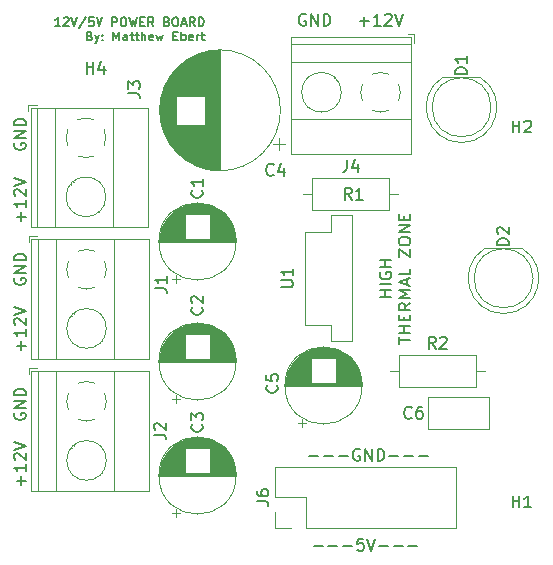
<source format=gbr>
%TF.GenerationSoftware,KiCad,Pcbnew,(6.0.6)*%
%TF.CreationDate,2022-09-23T17:59:27-07:00*%
%TF.ProjectId,POWER_BOARD,504f5745-525f-4424-9f41-52442e6b6963,rev?*%
%TF.SameCoordinates,Original*%
%TF.FileFunction,Legend,Top*%
%TF.FilePolarity,Positive*%
%FSLAX46Y46*%
G04 Gerber Fmt 4.6, Leading zero omitted, Abs format (unit mm)*
G04 Created by KiCad (PCBNEW (6.0.6)) date 2022-09-23 17:59:27*
%MOMM*%
%LPD*%
G01*
G04 APERTURE LIST*
%ADD10C,0.150000*%
%ADD11C,0.120000*%
G04 APERTURE END LIST*
D10*
X77625380Y-75715619D02*
X76625380Y-75715619D01*
X77101571Y-75715619D02*
X77101571Y-75144190D01*
X77625380Y-75144190D02*
X76625380Y-75144190D01*
X77625380Y-74668000D02*
X76625380Y-74668000D01*
X76673000Y-73668000D02*
X76625380Y-73763238D01*
X76625380Y-73906095D01*
X76673000Y-74048952D01*
X76768238Y-74144190D01*
X76863476Y-74191809D01*
X77053952Y-74239428D01*
X77196809Y-74239428D01*
X77387285Y-74191809D01*
X77482523Y-74144190D01*
X77577761Y-74048952D01*
X77625380Y-73906095D01*
X77625380Y-73810857D01*
X77577761Y-73668000D01*
X77530142Y-73620380D01*
X77196809Y-73620380D01*
X77196809Y-73810857D01*
X77625380Y-73191809D02*
X76625380Y-73191809D01*
X77101571Y-73191809D02*
X77101571Y-72620380D01*
X77625380Y-72620380D02*
X76625380Y-72620380D01*
X78235380Y-79691809D02*
X78235380Y-79120380D01*
X79235380Y-79406095D02*
X78235380Y-79406095D01*
X79235380Y-78787047D02*
X78235380Y-78787047D01*
X78711571Y-78787047D02*
X78711571Y-78215619D01*
X79235380Y-78215619D02*
X78235380Y-78215619D01*
X78711571Y-77739428D02*
X78711571Y-77406095D01*
X79235380Y-77263238D02*
X79235380Y-77739428D01*
X78235380Y-77739428D01*
X78235380Y-77263238D01*
X79235380Y-76263238D02*
X78759190Y-76596571D01*
X79235380Y-76834666D02*
X78235380Y-76834666D01*
X78235380Y-76453714D01*
X78283000Y-76358476D01*
X78330619Y-76310857D01*
X78425857Y-76263238D01*
X78568714Y-76263238D01*
X78663952Y-76310857D01*
X78711571Y-76358476D01*
X78759190Y-76453714D01*
X78759190Y-76834666D01*
X79235380Y-75834666D02*
X78235380Y-75834666D01*
X78949666Y-75501333D01*
X78235380Y-75168000D01*
X79235380Y-75168000D01*
X78949666Y-74739428D02*
X78949666Y-74263238D01*
X79235380Y-74834666D02*
X78235380Y-74501333D01*
X79235380Y-74168000D01*
X79235380Y-73358476D02*
X79235380Y-73834666D01*
X78235380Y-73834666D01*
X78235380Y-72358476D02*
X78235380Y-71691809D01*
X79235380Y-72358476D01*
X79235380Y-71691809D01*
X78235380Y-71120380D02*
X78235380Y-70929904D01*
X78283000Y-70834666D01*
X78378238Y-70739428D01*
X78568714Y-70691809D01*
X78902047Y-70691809D01*
X79092523Y-70739428D01*
X79187761Y-70834666D01*
X79235380Y-70929904D01*
X79235380Y-71120380D01*
X79187761Y-71215619D01*
X79092523Y-71310857D01*
X78902047Y-71358476D01*
X78568714Y-71358476D01*
X78378238Y-71310857D01*
X78283000Y-71215619D01*
X78235380Y-71120380D01*
X79235380Y-70263238D02*
X78235380Y-70263238D01*
X79235380Y-69691809D01*
X78235380Y-69691809D01*
X78711571Y-69215619D02*
X78711571Y-68882285D01*
X79235380Y-68739428D02*
X79235380Y-69215619D01*
X78235380Y-69215619D01*
X78235380Y-68739428D01*
X49592785Y-52821535D02*
X49164214Y-52821535D01*
X49378500Y-52821535D02*
X49378500Y-52071535D01*
X49307071Y-52178678D01*
X49235642Y-52250107D01*
X49164214Y-52285821D01*
X49878500Y-52142964D02*
X49914214Y-52107250D01*
X49985642Y-52071535D01*
X50164214Y-52071535D01*
X50235642Y-52107250D01*
X50271357Y-52142964D01*
X50307071Y-52214392D01*
X50307071Y-52285821D01*
X50271357Y-52392964D01*
X49842785Y-52821535D01*
X50307071Y-52821535D01*
X50521357Y-52071535D02*
X50771357Y-52821535D01*
X51021357Y-52071535D01*
X51807071Y-52035821D02*
X51164214Y-53000107D01*
X52414214Y-52071535D02*
X52057071Y-52071535D01*
X52021357Y-52428678D01*
X52057071Y-52392964D01*
X52128500Y-52357250D01*
X52307071Y-52357250D01*
X52378500Y-52392964D01*
X52414214Y-52428678D01*
X52449928Y-52500107D01*
X52449928Y-52678678D01*
X52414214Y-52750107D01*
X52378500Y-52785821D01*
X52307071Y-52821535D01*
X52128500Y-52821535D01*
X52057071Y-52785821D01*
X52021357Y-52750107D01*
X52664214Y-52071535D02*
X52914214Y-52821535D01*
X53164214Y-52071535D01*
X53985642Y-52821535D02*
X53985642Y-52071535D01*
X54271357Y-52071535D01*
X54342785Y-52107250D01*
X54378500Y-52142964D01*
X54414214Y-52214392D01*
X54414214Y-52321535D01*
X54378500Y-52392964D01*
X54342785Y-52428678D01*
X54271357Y-52464392D01*
X53985642Y-52464392D01*
X54878500Y-52071535D02*
X55021357Y-52071535D01*
X55092785Y-52107250D01*
X55164214Y-52178678D01*
X55199928Y-52321535D01*
X55199928Y-52571535D01*
X55164214Y-52714392D01*
X55092785Y-52785821D01*
X55021357Y-52821535D01*
X54878500Y-52821535D01*
X54807071Y-52785821D01*
X54735642Y-52714392D01*
X54699928Y-52571535D01*
X54699928Y-52321535D01*
X54735642Y-52178678D01*
X54807071Y-52107250D01*
X54878500Y-52071535D01*
X55449928Y-52071535D02*
X55628500Y-52821535D01*
X55771357Y-52285821D01*
X55914214Y-52821535D01*
X56092785Y-52071535D01*
X56378500Y-52428678D02*
X56628500Y-52428678D01*
X56735642Y-52821535D02*
X56378500Y-52821535D01*
X56378500Y-52071535D01*
X56735642Y-52071535D01*
X57485642Y-52821535D02*
X57235642Y-52464392D01*
X57057071Y-52821535D02*
X57057071Y-52071535D01*
X57342785Y-52071535D01*
X57414214Y-52107250D01*
X57449928Y-52142964D01*
X57485642Y-52214392D01*
X57485642Y-52321535D01*
X57449928Y-52392964D01*
X57414214Y-52428678D01*
X57342785Y-52464392D01*
X57057071Y-52464392D01*
X58628500Y-52428678D02*
X58735642Y-52464392D01*
X58771357Y-52500107D01*
X58807071Y-52571535D01*
X58807071Y-52678678D01*
X58771357Y-52750107D01*
X58735642Y-52785821D01*
X58664214Y-52821535D01*
X58378500Y-52821535D01*
X58378500Y-52071535D01*
X58628500Y-52071535D01*
X58699928Y-52107250D01*
X58735642Y-52142964D01*
X58771357Y-52214392D01*
X58771357Y-52285821D01*
X58735642Y-52357250D01*
X58699928Y-52392964D01*
X58628500Y-52428678D01*
X58378500Y-52428678D01*
X59271357Y-52071535D02*
X59414214Y-52071535D01*
X59485642Y-52107250D01*
X59557071Y-52178678D01*
X59592785Y-52321535D01*
X59592785Y-52571535D01*
X59557071Y-52714392D01*
X59485642Y-52785821D01*
X59414214Y-52821535D01*
X59271357Y-52821535D01*
X59199928Y-52785821D01*
X59128500Y-52714392D01*
X59092785Y-52571535D01*
X59092785Y-52321535D01*
X59128500Y-52178678D01*
X59199928Y-52107250D01*
X59271357Y-52071535D01*
X59878500Y-52607250D02*
X60235642Y-52607250D01*
X59807071Y-52821535D02*
X60057071Y-52071535D01*
X60307071Y-52821535D01*
X60985642Y-52821535D02*
X60735642Y-52464392D01*
X60557071Y-52821535D02*
X60557071Y-52071535D01*
X60842785Y-52071535D01*
X60914214Y-52107250D01*
X60949928Y-52142964D01*
X60985642Y-52214392D01*
X60985642Y-52321535D01*
X60949928Y-52392964D01*
X60914214Y-52428678D01*
X60842785Y-52464392D01*
X60557071Y-52464392D01*
X61307071Y-52821535D02*
X61307071Y-52071535D01*
X61485642Y-52071535D01*
X61592785Y-52107250D01*
X61664214Y-52178678D01*
X61699928Y-52250107D01*
X61735642Y-52392964D01*
X61735642Y-52500107D01*
X61699928Y-52642964D01*
X61664214Y-52714392D01*
X61592785Y-52785821D01*
X61485642Y-52821535D01*
X61307071Y-52821535D01*
X52092785Y-53636178D02*
X52199928Y-53671892D01*
X52235642Y-53707607D01*
X52271357Y-53779035D01*
X52271357Y-53886178D01*
X52235642Y-53957607D01*
X52199928Y-53993321D01*
X52128500Y-54029035D01*
X51842785Y-54029035D01*
X51842785Y-53279035D01*
X52092785Y-53279035D01*
X52164214Y-53314750D01*
X52199928Y-53350464D01*
X52235642Y-53421892D01*
X52235642Y-53493321D01*
X52199928Y-53564750D01*
X52164214Y-53600464D01*
X52092785Y-53636178D01*
X51842785Y-53636178D01*
X52521357Y-53529035D02*
X52699928Y-54029035D01*
X52878500Y-53529035D02*
X52699928Y-54029035D01*
X52628500Y-54207607D01*
X52592785Y-54243321D01*
X52521357Y-54279035D01*
X53164214Y-53957607D02*
X53199928Y-53993321D01*
X53164214Y-54029035D01*
X53128500Y-53993321D01*
X53164214Y-53957607D01*
X53164214Y-54029035D01*
X53164214Y-53564750D02*
X53199928Y-53600464D01*
X53164214Y-53636178D01*
X53128500Y-53600464D01*
X53164214Y-53564750D01*
X53164214Y-53636178D01*
X54092785Y-54029035D02*
X54092785Y-53279035D01*
X54342785Y-53814750D01*
X54592785Y-53279035D01*
X54592785Y-54029035D01*
X55271357Y-54029035D02*
X55271357Y-53636178D01*
X55235642Y-53564750D01*
X55164214Y-53529035D01*
X55021357Y-53529035D01*
X54949928Y-53564750D01*
X55271357Y-53993321D02*
X55199928Y-54029035D01*
X55021357Y-54029035D01*
X54949928Y-53993321D01*
X54914214Y-53921892D01*
X54914214Y-53850464D01*
X54949928Y-53779035D01*
X55021357Y-53743321D01*
X55199928Y-53743321D01*
X55271357Y-53707607D01*
X55521357Y-53529035D02*
X55807071Y-53529035D01*
X55628500Y-53279035D02*
X55628500Y-53921892D01*
X55664214Y-53993321D01*
X55735642Y-54029035D01*
X55807071Y-54029035D01*
X55949928Y-53529035D02*
X56235642Y-53529035D01*
X56057071Y-53279035D02*
X56057071Y-53921892D01*
X56092785Y-53993321D01*
X56164214Y-54029035D01*
X56235642Y-54029035D01*
X56485642Y-54029035D02*
X56485642Y-53279035D01*
X56807071Y-54029035D02*
X56807071Y-53636178D01*
X56771357Y-53564750D01*
X56699928Y-53529035D01*
X56592785Y-53529035D01*
X56521357Y-53564750D01*
X56485642Y-53600464D01*
X57449928Y-53993321D02*
X57378500Y-54029035D01*
X57235642Y-54029035D01*
X57164214Y-53993321D01*
X57128500Y-53921892D01*
X57128500Y-53636178D01*
X57164214Y-53564750D01*
X57235642Y-53529035D01*
X57378500Y-53529035D01*
X57449928Y-53564750D01*
X57485642Y-53636178D01*
X57485642Y-53707607D01*
X57128500Y-53779035D01*
X57735642Y-53529035D02*
X57878500Y-54029035D01*
X58021357Y-53671892D01*
X58164214Y-54029035D01*
X58307071Y-53529035D01*
X59164214Y-53636178D02*
X59414214Y-53636178D01*
X59521357Y-54029035D02*
X59164214Y-54029035D01*
X59164214Y-53279035D01*
X59521357Y-53279035D01*
X59842785Y-54029035D02*
X59842785Y-53279035D01*
X59842785Y-53564750D02*
X59914214Y-53529035D01*
X60057071Y-53529035D01*
X60128500Y-53564750D01*
X60164214Y-53600464D01*
X60199928Y-53671892D01*
X60199928Y-53886178D01*
X60164214Y-53957607D01*
X60128500Y-53993321D01*
X60057071Y-54029035D01*
X59914214Y-54029035D01*
X59842785Y-53993321D01*
X60807071Y-53993321D02*
X60735642Y-54029035D01*
X60592785Y-54029035D01*
X60521357Y-53993321D01*
X60485642Y-53921892D01*
X60485642Y-53636178D01*
X60521357Y-53564750D01*
X60592785Y-53529035D01*
X60735642Y-53529035D01*
X60807071Y-53564750D01*
X60842785Y-53636178D01*
X60842785Y-53707607D01*
X60485642Y-53779035D01*
X61164214Y-54029035D02*
X61164214Y-53529035D01*
X61164214Y-53671892D02*
X61199928Y-53600464D01*
X61235642Y-53564750D01*
X61307071Y-53529035D01*
X61378500Y-53529035D01*
X61521357Y-53529035D02*
X61807071Y-53529035D01*
X61628500Y-53279035D02*
X61628500Y-53921892D01*
X61664214Y-53993321D01*
X61735642Y-54029035D01*
X61807071Y-54029035D01*
X45728000Y-74167904D02*
X45680380Y-74263142D01*
X45680380Y-74406000D01*
X45728000Y-74548857D01*
X45823238Y-74644095D01*
X45918476Y-74691714D01*
X46108952Y-74739333D01*
X46251809Y-74739333D01*
X46442285Y-74691714D01*
X46537523Y-74644095D01*
X46632761Y-74548857D01*
X46680380Y-74406000D01*
X46680380Y-74310761D01*
X46632761Y-74167904D01*
X46585142Y-74120285D01*
X46251809Y-74120285D01*
X46251809Y-74310761D01*
X46680380Y-73691714D02*
X45680380Y-73691714D01*
X46680380Y-73120285D01*
X45680380Y-73120285D01*
X46680380Y-72644095D02*
X45680380Y-72644095D01*
X45680380Y-72406000D01*
X45728000Y-72263142D01*
X45823238Y-72167904D01*
X45918476Y-72120285D01*
X46108952Y-72072666D01*
X46251809Y-72072666D01*
X46442285Y-72120285D01*
X46537523Y-72167904D01*
X46632761Y-72263142D01*
X46680380Y-72406000D01*
X46680380Y-72644095D01*
X46299428Y-91677904D02*
X46299428Y-90916000D01*
X46680380Y-91296952D02*
X45918476Y-91296952D01*
X46680380Y-89916000D02*
X46680380Y-90487428D01*
X46680380Y-90201714D02*
X45680380Y-90201714D01*
X45823238Y-90296952D01*
X45918476Y-90392190D01*
X45966095Y-90487428D01*
X45775619Y-89535047D02*
X45728000Y-89487428D01*
X45680380Y-89392190D01*
X45680380Y-89154095D01*
X45728000Y-89058857D01*
X45775619Y-89011238D01*
X45870857Y-88963619D01*
X45966095Y-88963619D01*
X46108952Y-89011238D01*
X46680380Y-89582666D01*
X46680380Y-88963619D01*
X45680380Y-88677904D02*
X46680380Y-88344571D01*
X45680380Y-88011238D01*
X46299428Y-80247904D02*
X46299428Y-79486000D01*
X46680380Y-79866952D02*
X45918476Y-79866952D01*
X46680380Y-78486000D02*
X46680380Y-79057428D01*
X46680380Y-78771714D02*
X45680380Y-78771714D01*
X45823238Y-78866952D01*
X45918476Y-78962190D01*
X45966095Y-79057428D01*
X45775619Y-78105047D02*
X45728000Y-78057428D01*
X45680380Y-77962190D01*
X45680380Y-77724095D01*
X45728000Y-77628857D01*
X45775619Y-77581238D01*
X45870857Y-77533619D01*
X45966095Y-77533619D01*
X46108952Y-77581238D01*
X46680380Y-78152666D01*
X46680380Y-77533619D01*
X45680380Y-77247904D02*
X46680380Y-76914571D01*
X45680380Y-76581238D01*
X46299428Y-69325904D02*
X46299428Y-68564000D01*
X46680380Y-68944952D02*
X45918476Y-68944952D01*
X46680380Y-67564000D02*
X46680380Y-68135428D01*
X46680380Y-67849714D02*
X45680380Y-67849714D01*
X45823238Y-67944952D01*
X45918476Y-68040190D01*
X45966095Y-68135428D01*
X45775619Y-67183047D02*
X45728000Y-67135428D01*
X45680380Y-67040190D01*
X45680380Y-66802095D01*
X45728000Y-66706857D01*
X45775619Y-66659238D01*
X45870857Y-66611619D01*
X45966095Y-66611619D01*
X46108952Y-66659238D01*
X46680380Y-67230666D01*
X46680380Y-66611619D01*
X45680380Y-66325904D02*
X46680380Y-65992571D01*
X45680380Y-65659238D01*
X74946095Y-52395428D02*
X75708000Y-52395428D01*
X75327047Y-52776380D02*
X75327047Y-52014476D01*
X76708000Y-52776380D02*
X76136571Y-52776380D01*
X76422285Y-52776380D02*
X76422285Y-51776380D01*
X76327047Y-51919238D01*
X76231809Y-52014476D01*
X76136571Y-52062095D01*
X77088952Y-51871619D02*
X77136571Y-51824000D01*
X77231809Y-51776380D01*
X77469904Y-51776380D01*
X77565142Y-51824000D01*
X77612761Y-51871619D01*
X77660380Y-51966857D01*
X77660380Y-52062095D01*
X77612761Y-52204952D01*
X77041333Y-52776380D01*
X77660380Y-52776380D01*
X77946095Y-51776380D02*
X78279428Y-52776380D01*
X78612761Y-51776380D01*
X71057047Y-96845428D02*
X71818952Y-96845428D01*
X72295142Y-96845428D02*
X73057047Y-96845428D01*
X73533238Y-96845428D02*
X74295142Y-96845428D01*
X75247523Y-96226380D02*
X74771333Y-96226380D01*
X74723714Y-96702571D01*
X74771333Y-96654952D01*
X74866571Y-96607333D01*
X75104666Y-96607333D01*
X75199904Y-96654952D01*
X75247523Y-96702571D01*
X75295142Y-96797809D01*
X75295142Y-97035904D01*
X75247523Y-97131142D01*
X75199904Y-97178761D01*
X75104666Y-97226380D01*
X74866571Y-97226380D01*
X74771333Y-97178761D01*
X74723714Y-97131142D01*
X75580857Y-96226380D02*
X75914190Y-97226380D01*
X76247523Y-96226380D01*
X76580857Y-96845428D02*
X77342761Y-96845428D01*
X77818952Y-96845428D02*
X78580857Y-96845428D01*
X79057047Y-96845428D02*
X79818952Y-96845428D01*
X70692000Y-89225428D02*
X71453904Y-89225428D01*
X71930095Y-89225428D02*
X72692000Y-89225428D01*
X73168190Y-89225428D02*
X73930095Y-89225428D01*
X74930095Y-88654000D02*
X74834857Y-88606380D01*
X74692000Y-88606380D01*
X74549142Y-88654000D01*
X74453904Y-88749238D01*
X74406285Y-88844476D01*
X74358666Y-89034952D01*
X74358666Y-89177809D01*
X74406285Y-89368285D01*
X74453904Y-89463523D01*
X74549142Y-89558761D01*
X74692000Y-89606380D01*
X74787238Y-89606380D01*
X74930095Y-89558761D01*
X74977714Y-89511142D01*
X74977714Y-89177809D01*
X74787238Y-89177809D01*
X75406285Y-89606380D02*
X75406285Y-88606380D01*
X75977714Y-89606380D01*
X75977714Y-88606380D01*
X76453904Y-89606380D02*
X76453904Y-88606380D01*
X76692000Y-88606380D01*
X76834857Y-88654000D01*
X76930095Y-88749238D01*
X76977714Y-88844476D01*
X77025333Y-89034952D01*
X77025333Y-89177809D01*
X76977714Y-89368285D01*
X76930095Y-89463523D01*
X76834857Y-89558761D01*
X76692000Y-89606380D01*
X76453904Y-89606380D01*
X77453904Y-89225428D02*
X78215809Y-89225428D01*
X78692000Y-89225428D02*
X79453904Y-89225428D01*
X79930095Y-89225428D02*
X80692000Y-89225428D01*
X45728000Y-85597904D02*
X45680380Y-85693142D01*
X45680380Y-85836000D01*
X45728000Y-85978857D01*
X45823238Y-86074095D01*
X45918476Y-86121714D01*
X46108952Y-86169333D01*
X46251809Y-86169333D01*
X46442285Y-86121714D01*
X46537523Y-86074095D01*
X46632761Y-85978857D01*
X46680380Y-85836000D01*
X46680380Y-85740761D01*
X46632761Y-85597904D01*
X46585142Y-85550285D01*
X46251809Y-85550285D01*
X46251809Y-85740761D01*
X46680380Y-85121714D02*
X45680380Y-85121714D01*
X46680380Y-84550285D01*
X45680380Y-84550285D01*
X46680380Y-84074095D02*
X45680380Y-84074095D01*
X45680380Y-83836000D01*
X45728000Y-83693142D01*
X45823238Y-83597904D01*
X45918476Y-83550285D01*
X46108952Y-83502666D01*
X46251809Y-83502666D01*
X46442285Y-83550285D01*
X46537523Y-83597904D01*
X46632761Y-83693142D01*
X46680380Y-83836000D01*
X46680380Y-84074095D01*
X45728000Y-62737904D02*
X45680380Y-62833142D01*
X45680380Y-62976000D01*
X45728000Y-63118857D01*
X45823238Y-63214095D01*
X45918476Y-63261714D01*
X46108952Y-63309333D01*
X46251809Y-63309333D01*
X46442285Y-63261714D01*
X46537523Y-63214095D01*
X46632761Y-63118857D01*
X46680380Y-62976000D01*
X46680380Y-62880761D01*
X46632761Y-62737904D01*
X46585142Y-62690285D01*
X46251809Y-62690285D01*
X46251809Y-62880761D01*
X46680380Y-62261714D02*
X45680380Y-62261714D01*
X46680380Y-61690285D01*
X45680380Y-61690285D01*
X46680380Y-61214095D02*
X45680380Y-61214095D01*
X45680380Y-60976000D01*
X45728000Y-60833142D01*
X45823238Y-60737904D01*
X45918476Y-60690285D01*
X46108952Y-60642666D01*
X46251809Y-60642666D01*
X46442285Y-60690285D01*
X46537523Y-60737904D01*
X46632761Y-60833142D01*
X46680380Y-60976000D01*
X46680380Y-61214095D01*
X70358095Y-51824000D02*
X70262857Y-51776380D01*
X70120000Y-51776380D01*
X69977142Y-51824000D01*
X69881904Y-51919238D01*
X69834285Y-52014476D01*
X69786666Y-52204952D01*
X69786666Y-52347809D01*
X69834285Y-52538285D01*
X69881904Y-52633523D01*
X69977142Y-52728761D01*
X70120000Y-52776380D01*
X70215238Y-52776380D01*
X70358095Y-52728761D01*
X70405714Y-52681142D01*
X70405714Y-52347809D01*
X70215238Y-52347809D01*
X70834285Y-52776380D02*
X70834285Y-51776380D01*
X71405714Y-52776380D01*
X71405714Y-51776380D01*
X71881904Y-52776380D02*
X71881904Y-51776380D01*
X72120000Y-51776380D01*
X72262857Y-51824000D01*
X72358095Y-51919238D01*
X72405714Y-52014476D01*
X72453333Y-52204952D01*
X72453333Y-52347809D01*
X72405714Y-52538285D01*
X72358095Y-52633523D01*
X72262857Y-52728761D01*
X72120000Y-52776380D01*
X71881904Y-52776380D01*
%TO.C,J6*%
X66210380Y-93048333D02*
X66924666Y-93048333D01*
X67067523Y-93095952D01*
X67162761Y-93191190D01*
X67210380Y-93334047D01*
X67210380Y-93429285D01*
X66210380Y-92143571D02*
X66210380Y-92334047D01*
X66258000Y-92429285D01*
X66305619Y-92476904D01*
X66448476Y-92572142D01*
X66638952Y-92619761D01*
X67019904Y-92619761D01*
X67115142Y-92572142D01*
X67162761Y-92524523D01*
X67210380Y-92429285D01*
X67210380Y-92238809D01*
X67162761Y-92143571D01*
X67115142Y-92095952D01*
X67019904Y-92048333D01*
X66781809Y-92048333D01*
X66686571Y-92095952D01*
X66638952Y-92143571D01*
X66591333Y-92238809D01*
X66591333Y-92429285D01*
X66638952Y-92524523D01*
X66686571Y-92572142D01*
X66781809Y-92619761D01*
%TO.C,H4*%
X51816095Y-56840380D02*
X51816095Y-55840380D01*
X51816095Y-56316571D02*
X52387523Y-56316571D01*
X52387523Y-56840380D02*
X52387523Y-55840380D01*
X53292285Y-56173714D02*
X53292285Y-56840380D01*
X53054190Y-55792761D02*
X52816095Y-56507047D01*
X53435142Y-56507047D01*
%TO.C,H2*%
X87884095Y-61814380D02*
X87884095Y-60814380D01*
X87884095Y-61290571D02*
X88455523Y-61290571D01*
X88455523Y-61814380D02*
X88455523Y-60814380D01*
X88884095Y-60909619D02*
X88931714Y-60862000D01*
X89026952Y-60814380D01*
X89265047Y-60814380D01*
X89360285Y-60862000D01*
X89407904Y-60909619D01*
X89455523Y-61004857D01*
X89455523Y-61100095D01*
X89407904Y-61242952D01*
X88836476Y-61814380D01*
X89455523Y-61814380D01*
%TO.C,H1*%
X87884095Y-93564380D02*
X87884095Y-92564380D01*
X87884095Y-93040571D02*
X88455523Y-93040571D01*
X88455523Y-93564380D02*
X88455523Y-92564380D01*
X89455523Y-93564380D02*
X88884095Y-93564380D01*
X89169809Y-93564380D02*
X89169809Y-92564380D01*
X89074571Y-92707238D01*
X88979333Y-92802476D01*
X88884095Y-92850095D01*
%TO.C,J3*%
X55332380Y-58499333D02*
X56046666Y-58499333D01*
X56189523Y-58546952D01*
X56284761Y-58642190D01*
X56332380Y-58785047D01*
X56332380Y-58880285D01*
X55332380Y-58118380D02*
X55332380Y-57499333D01*
X55713333Y-57832666D01*
X55713333Y-57689809D01*
X55760952Y-57594571D01*
X55808571Y-57546952D01*
X55903809Y-57499333D01*
X56141904Y-57499333D01*
X56237142Y-57546952D01*
X56284761Y-57594571D01*
X56332380Y-57689809D01*
X56332380Y-57975523D01*
X56284761Y-58070761D01*
X56237142Y-58118380D01*
%TO.C,U1*%
X68286380Y-74924904D02*
X69095904Y-74924904D01*
X69191142Y-74877285D01*
X69238761Y-74829666D01*
X69286380Y-74734428D01*
X69286380Y-74543952D01*
X69238761Y-74448714D01*
X69191142Y-74401095D01*
X69095904Y-74353476D01*
X68286380Y-74353476D01*
X69286380Y-73353476D02*
X69286380Y-73924904D01*
X69286380Y-73639190D02*
X68286380Y-73639190D01*
X68429238Y-73734428D01*
X68524476Y-73829666D01*
X68572095Y-73924904D01*
%TO.C,R2*%
X81367333Y-80124380D02*
X81034000Y-79648190D01*
X80795904Y-80124380D02*
X80795904Y-79124380D01*
X81176857Y-79124380D01*
X81272095Y-79172000D01*
X81319714Y-79219619D01*
X81367333Y-79314857D01*
X81367333Y-79457714D01*
X81319714Y-79552952D01*
X81272095Y-79600571D01*
X81176857Y-79648190D01*
X80795904Y-79648190D01*
X81748285Y-79219619D02*
X81795904Y-79172000D01*
X81891142Y-79124380D01*
X82129238Y-79124380D01*
X82224476Y-79172000D01*
X82272095Y-79219619D01*
X82319714Y-79314857D01*
X82319714Y-79410095D01*
X82272095Y-79552952D01*
X81700666Y-80124380D01*
X82319714Y-80124380D01*
%TO.C,R1*%
X74255333Y-67508380D02*
X73922000Y-67032190D01*
X73683904Y-67508380D02*
X73683904Y-66508380D01*
X74064857Y-66508380D01*
X74160095Y-66556000D01*
X74207714Y-66603619D01*
X74255333Y-66698857D01*
X74255333Y-66841714D01*
X74207714Y-66936952D01*
X74160095Y-66984571D01*
X74064857Y-67032190D01*
X73683904Y-67032190D01*
X75207714Y-67508380D02*
X74636285Y-67508380D01*
X74922000Y-67508380D02*
X74922000Y-66508380D01*
X74826761Y-66651238D01*
X74731523Y-66746476D01*
X74636285Y-66794095D01*
%TO.C,J4*%
X73874666Y-64132380D02*
X73874666Y-64846666D01*
X73827047Y-64989523D01*
X73731809Y-65084761D01*
X73588952Y-65132380D01*
X73493714Y-65132380D01*
X74779428Y-64465714D02*
X74779428Y-65132380D01*
X74541333Y-64084761D02*
X74303238Y-64799047D01*
X74922285Y-64799047D01*
%TO.C,J2*%
X57528380Y-87415333D02*
X58242666Y-87415333D01*
X58385523Y-87462952D01*
X58480761Y-87558190D01*
X58528380Y-87701047D01*
X58528380Y-87796285D01*
X57623619Y-86986761D02*
X57576000Y-86939142D01*
X57528380Y-86843904D01*
X57528380Y-86605809D01*
X57576000Y-86510571D01*
X57623619Y-86462952D01*
X57718857Y-86415333D01*
X57814095Y-86415333D01*
X57956952Y-86462952D01*
X58528380Y-87034380D01*
X58528380Y-86415333D01*
%TO.C,J1*%
X57618380Y-75009333D02*
X58332666Y-75009333D01*
X58475523Y-75056952D01*
X58570761Y-75152190D01*
X58618380Y-75295047D01*
X58618380Y-75390285D01*
X58618380Y-74009333D02*
X58618380Y-74580761D01*
X58618380Y-74295047D02*
X57618380Y-74295047D01*
X57761238Y-74390285D01*
X57856476Y-74485523D01*
X57904095Y-74580761D01*
%TO.C,D2*%
X87574380Y-71355095D02*
X86574380Y-71355095D01*
X86574380Y-71117000D01*
X86622000Y-70974142D01*
X86717238Y-70878904D01*
X86812476Y-70831285D01*
X87002952Y-70783666D01*
X87145809Y-70783666D01*
X87336285Y-70831285D01*
X87431523Y-70878904D01*
X87526761Y-70974142D01*
X87574380Y-71117000D01*
X87574380Y-71355095D01*
X86669619Y-70402714D02*
X86622000Y-70355095D01*
X86574380Y-70259857D01*
X86574380Y-70021761D01*
X86622000Y-69926523D01*
X86669619Y-69878904D01*
X86764857Y-69831285D01*
X86860095Y-69831285D01*
X87002952Y-69878904D01*
X87574380Y-70450333D01*
X87574380Y-69831285D01*
%TO.C,D1*%
X84018380Y-56871095D02*
X83018380Y-56871095D01*
X83018380Y-56633000D01*
X83066000Y-56490142D01*
X83161238Y-56394904D01*
X83256476Y-56347285D01*
X83446952Y-56299666D01*
X83589809Y-56299666D01*
X83780285Y-56347285D01*
X83875523Y-56394904D01*
X83970761Y-56490142D01*
X84018380Y-56633000D01*
X84018380Y-56871095D01*
X84018380Y-55347285D02*
X84018380Y-55918714D01*
X84018380Y-55633000D02*
X83018380Y-55633000D01*
X83161238Y-55728238D01*
X83256476Y-55823476D01*
X83304095Y-55918714D01*
%TO.C,C6*%
X79335333Y-85955142D02*
X79287714Y-86002761D01*
X79144857Y-86050380D01*
X79049619Y-86050380D01*
X78906761Y-86002761D01*
X78811523Y-85907523D01*
X78763904Y-85812285D01*
X78716285Y-85621809D01*
X78716285Y-85478952D01*
X78763904Y-85288476D01*
X78811523Y-85193238D01*
X78906761Y-85098000D01*
X79049619Y-85050380D01*
X79144857Y-85050380D01*
X79287714Y-85098000D01*
X79335333Y-85145619D01*
X80192476Y-85050380D02*
X80002000Y-85050380D01*
X79906761Y-85098000D01*
X79859142Y-85145619D01*
X79763904Y-85288476D01*
X79716285Y-85478952D01*
X79716285Y-85859904D01*
X79763904Y-85955142D01*
X79811523Y-86002761D01*
X79906761Y-86050380D01*
X80097238Y-86050380D01*
X80192476Y-86002761D01*
X80240095Y-85955142D01*
X80287714Y-85859904D01*
X80287714Y-85621809D01*
X80240095Y-85526571D01*
X80192476Y-85478952D01*
X80097238Y-85431333D01*
X79906761Y-85431333D01*
X79811523Y-85478952D01*
X79763904Y-85526571D01*
X79716285Y-85621809D01*
%TO.C,C5*%
X67921142Y-83224666D02*
X67968761Y-83272285D01*
X68016380Y-83415142D01*
X68016380Y-83510380D01*
X67968761Y-83653238D01*
X67873523Y-83748476D01*
X67778285Y-83796095D01*
X67587809Y-83843714D01*
X67444952Y-83843714D01*
X67254476Y-83796095D01*
X67159238Y-83748476D01*
X67064000Y-83653238D01*
X67016380Y-83510380D01*
X67016380Y-83415142D01*
X67064000Y-83272285D01*
X67111619Y-83224666D01*
X67016380Y-82319904D02*
X67016380Y-82796095D01*
X67492571Y-82843714D01*
X67444952Y-82796095D01*
X67397333Y-82700857D01*
X67397333Y-82462761D01*
X67444952Y-82367523D01*
X67492571Y-82319904D01*
X67587809Y-82272285D01*
X67825904Y-82272285D01*
X67921142Y-82319904D01*
X67968761Y-82367523D01*
X68016380Y-82462761D01*
X68016380Y-82700857D01*
X67968761Y-82796095D01*
X67921142Y-82843714D01*
%TO.C,C4*%
X67651333Y-65381142D02*
X67603714Y-65428761D01*
X67460857Y-65476380D01*
X67365619Y-65476380D01*
X67222761Y-65428761D01*
X67127523Y-65333523D01*
X67079904Y-65238285D01*
X67032285Y-65047809D01*
X67032285Y-64904952D01*
X67079904Y-64714476D01*
X67127523Y-64619238D01*
X67222761Y-64524000D01*
X67365619Y-64476380D01*
X67460857Y-64476380D01*
X67603714Y-64524000D01*
X67651333Y-64571619D01*
X68508476Y-64809714D02*
X68508476Y-65476380D01*
X68270380Y-64428761D02*
X68032285Y-65143047D01*
X68651333Y-65143047D01*
%TO.C,C3*%
X61571142Y-86526666D02*
X61618761Y-86574285D01*
X61666380Y-86717142D01*
X61666380Y-86812380D01*
X61618761Y-86955238D01*
X61523523Y-87050476D01*
X61428285Y-87098095D01*
X61237809Y-87145714D01*
X61094952Y-87145714D01*
X60904476Y-87098095D01*
X60809238Y-87050476D01*
X60714000Y-86955238D01*
X60666380Y-86812380D01*
X60666380Y-86717142D01*
X60714000Y-86574285D01*
X60761619Y-86526666D01*
X60666380Y-86193333D02*
X60666380Y-85574285D01*
X61047333Y-85907619D01*
X61047333Y-85764761D01*
X61094952Y-85669523D01*
X61142571Y-85621904D01*
X61237809Y-85574285D01*
X61475904Y-85574285D01*
X61571142Y-85621904D01*
X61618761Y-85669523D01*
X61666380Y-85764761D01*
X61666380Y-86050476D01*
X61618761Y-86145714D01*
X61571142Y-86193333D01*
%TO.C,C2*%
X61571142Y-76620666D02*
X61618761Y-76668285D01*
X61666380Y-76811142D01*
X61666380Y-76906380D01*
X61618761Y-77049238D01*
X61523523Y-77144476D01*
X61428285Y-77192095D01*
X61237809Y-77239714D01*
X61094952Y-77239714D01*
X60904476Y-77192095D01*
X60809238Y-77144476D01*
X60714000Y-77049238D01*
X60666380Y-76906380D01*
X60666380Y-76811142D01*
X60714000Y-76668285D01*
X60761619Y-76620666D01*
X60761619Y-76239714D02*
X60714000Y-76192095D01*
X60666380Y-76096857D01*
X60666380Y-75858761D01*
X60714000Y-75763523D01*
X60761619Y-75715904D01*
X60856857Y-75668285D01*
X60952095Y-75668285D01*
X61094952Y-75715904D01*
X61666380Y-76287333D01*
X61666380Y-75668285D01*
%TO.C,C1*%
X61571142Y-66714666D02*
X61618761Y-66762285D01*
X61666380Y-66905142D01*
X61666380Y-67000380D01*
X61618761Y-67143238D01*
X61523523Y-67238476D01*
X61428285Y-67286095D01*
X61237809Y-67333714D01*
X61094952Y-67333714D01*
X60904476Y-67286095D01*
X60809238Y-67238476D01*
X60714000Y-67143238D01*
X60666380Y-67000380D01*
X60666380Y-66905142D01*
X60714000Y-66762285D01*
X60761619Y-66714666D01*
X61666380Y-65762285D02*
X61666380Y-66333714D01*
X61666380Y-66048000D02*
X60666380Y-66048000D01*
X60809238Y-66143238D01*
X60904476Y-66238476D01*
X60952095Y-66333714D01*
D11*
%TO.C,J6*%
X67758000Y-90115000D02*
X83118000Y-90115000D01*
X70358000Y-92715000D02*
X67758000Y-92715000D01*
X70358000Y-95315000D02*
X83118000Y-95315000D01*
X83118000Y-95315000D02*
X83118000Y-90115000D01*
X67758000Y-95315000D02*
X67758000Y-93985000D01*
X69088000Y-95315000D02*
X67758000Y-95315000D01*
X67758000Y-92715000D02*
X67758000Y-90115000D01*
X70358000Y-95315000D02*
X70358000Y-92715000D01*
%TO.C,J3*%
X53445000Y-67270000D02*
G75*
G03*
X53445000Y-67270000I-1680000J0D01*
G01*
X53300000Y-62954000D02*
G75*
G03*
X53300427Y-61586958I-1534993J684001D01*
G01*
X52449000Y-60735000D02*
G75*
G03*
X51081958Y-60734573I-684001J-1534993D01*
G01*
X50085000Y-62270000D02*
G75*
G03*
X50230244Y-62953318I1680000J0D01*
G01*
X50230000Y-61586000D02*
G75*
G03*
X50084747Y-62298805I1535001J-683999D01*
G01*
X51081000Y-63805001D02*
G75*
G03*
X52448042Y-63805427I684000J1535001D01*
G01*
X47665000Y-59710000D02*
X47665000Y-69830000D01*
X54066000Y-59710000D02*
X54066000Y-69830000D01*
X53040000Y-68340000D02*
X53004000Y-68305000D01*
X52834000Y-68545000D02*
X52788000Y-68498000D01*
X57026000Y-69830000D02*
X47105000Y-69830000D01*
X57026000Y-59710000D02*
X47105000Y-59710000D01*
X47605000Y-59470000D02*
X46865000Y-59470000D01*
X50526000Y-66236000D02*
X50491000Y-66201000D01*
X49165000Y-59710000D02*
X49165000Y-69830000D01*
X50742000Y-66043000D02*
X50696000Y-65996000D01*
X47105000Y-59710000D02*
X47105000Y-69830000D01*
X46865000Y-59470000D02*
X46865000Y-59970000D01*
X57026000Y-59710000D02*
X57026000Y-69830000D01*
%TO.C,U1*%
X72514000Y-79503000D02*
X72514000Y-78103000D01*
X70274000Y-70223000D02*
X72514000Y-70223000D01*
X72514000Y-78103000D02*
X70274000Y-78103000D01*
X72524000Y-79503000D02*
X74294000Y-79503000D01*
X74294000Y-79503000D02*
X74294000Y-68833000D01*
X72514000Y-70223000D02*
X72514000Y-68833000D01*
X74294000Y-68833000D02*
X72514000Y-68833000D01*
X70274000Y-78103000D02*
X70274000Y-70223000D01*
%TO.C,R2*%
X85574000Y-82042000D02*
X84804000Y-82042000D01*
X77494000Y-82042000D02*
X78264000Y-82042000D01*
X78264000Y-80672000D02*
X78264000Y-83412000D01*
X84804000Y-83412000D02*
X84804000Y-80672000D01*
X78264000Y-83412000D02*
X84804000Y-83412000D01*
X84804000Y-80672000D02*
X78264000Y-80672000D01*
%TO.C,R1*%
X78208000Y-67056000D02*
X77438000Y-67056000D01*
X70128000Y-67056000D02*
X70898000Y-67056000D01*
X70898000Y-65686000D02*
X70898000Y-68426000D01*
X77438000Y-68426000D02*
X77438000Y-65686000D01*
X70898000Y-68426000D02*
X77438000Y-68426000D01*
X77438000Y-65686000D02*
X70898000Y-65686000D01*
%TO.C,J4*%
X73388000Y-58420000D02*
G75*
G03*
X73388000Y-58420000I-1680000J0D01*
G01*
X76024000Y-59955000D02*
G75*
G03*
X77391042Y-59955427I684001J1534993D01*
G01*
X78243000Y-59104000D02*
G75*
G03*
X78243427Y-57736958I-1534993J684001D01*
G01*
X76708000Y-56740000D02*
G75*
G03*
X76024682Y-56885244I0J-1680000D01*
G01*
X77392000Y-56885000D02*
G75*
G03*
X76679195Y-56739747I-683999J-1535001D01*
G01*
X75172999Y-57736000D02*
G75*
G03*
X75172573Y-59103042I1535001J-684000D01*
G01*
X79268000Y-54320000D02*
X69148000Y-54320000D01*
X79268000Y-60721000D02*
X69148000Y-60721000D01*
X70638000Y-59695000D02*
X70673000Y-59659000D01*
X70433000Y-59489000D02*
X70480000Y-59443000D01*
X69148000Y-63681000D02*
X69148000Y-53760000D01*
X79268000Y-63681000D02*
X79268000Y-53760000D01*
X79508000Y-54260000D02*
X79508000Y-53520000D01*
X72742000Y-57181000D02*
X72777000Y-57146000D01*
X79268000Y-55820000D02*
X69148000Y-55820000D01*
X72935000Y-57397000D02*
X72982000Y-57351000D01*
X79268000Y-53760000D02*
X69148000Y-53760000D01*
X79508000Y-53520000D02*
X79008000Y-53520000D01*
X79268000Y-63681000D02*
X69148000Y-63681000D01*
%TO.C,J2*%
X53496000Y-89582000D02*
G75*
G03*
X53496000Y-89582000I-1680000J0D01*
G01*
X53351000Y-85266000D02*
G75*
G03*
X53351427Y-83898958I-1534993J684001D01*
G01*
X52500000Y-83047000D02*
G75*
G03*
X51132958Y-83046573I-684001J-1534993D01*
G01*
X50136000Y-84582000D02*
G75*
G03*
X50281244Y-85265318I1680000J0D01*
G01*
X50281000Y-83898000D02*
G75*
G03*
X50135747Y-84610805I1535001J-683999D01*
G01*
X51132000Y-86117001D02*
G75*
G03*
X52499042Y-86117427I684000J1535001D01*
G01*
X47716000Y-82022000D02*
X47716000Y-92142000D01*
X54117000Y-82022000D02*
X54117000Y-92142000D01*
X53091000Y-90652000D02*
X53055000Y-90617000D01*
X52885000Y-90857000D02*
X52839000Y-90810000D01*
X57077000Y-92142000D02*
X47156000Y-92142000D01*
X57077000Y-82022000D02*
X47156000Y-82022000D01*
X47656000Y-81782000D02*
X46916000Y-81782000D01*
X50577000Y-88548000D02*
X50542000Y-88513000D01*
X49216000Y-82022000D02*
X49216000Y-92142000D01*
X50793000Y-88355000D02*
X50747000Y-88308000D01*
X47156000Y-82022000D02*
X47156000Y-92142000D01*
X46916000Y-81782000D02*
X46916000Y-82282000D01*
X57077000Y-82022000D02*
X57077000Y-92142000D01*
%TO.C,J1*%
X57077000Y-70846000D02*
X57077000Y-80966000D01*
X46916000Y-70606000D02*
X46916000Y-71106000D01*
X47156000Y-70846000D02*
X47156000Y-80966000D01*
X50793000Y-77179000D02*
X50747000Y-77132000D01*
X49216000Y-70846000D02*
X49216000Y-80966000D01*
X50577000Y-77372000D02*
X50542000Y-77337000D01*
X47656000Y-70606000D02*
X46916000Y-70606000D01*
X57077000Y-70846000D02*
X47156000Y-70846000D01*
X57077000Y-80966000D02*
X47156000Y-80966000D01*
X52885000Y-79681000D02*
X52839000Y-79634000D01*
X53091000Y-79476000D02*
X53055000Y-79441000D01*
X54117000Y-70846000D02*
X54117000Y-80966000D01*
X47716000Y-70846000D02*
X47716000Y-80966000D01*
X51132000Y-74941001D02*
G75*
G03*
X52499042Y-74941427I684000J1535001D01*
G01*
X50281000Y-72722000D02*
G75*
G03*
X50135747Y-73434805I1535001J-683999D01*
G01*
X50136000Y-73406000D02*
G75*
G03*
X50281244Y-74089318I1680000J0D01*
G01*
X52500000Y-71871000D02*
G75*
G03*
X51132958Y-71870573I-684001J-1534993D01*
G01*
X53351000Y-74090000D02*
G75*
G03*
X53351427Y-72722958I-1534993J684001D01*
G01*
X53496000Y-78406000D02*
G75*
G03*
X53496000Y-78406000I-1680000J0D01*
G01*
%TO.C,D2*%
X88667000Y-71608000D02*
X85577000Y-71608000D01*
X85577170Y-71608000D02*
G75*
G03*
X87122462Y-77158000I1544830J-2560000D01*
G01*
X87121538Y-77158000D02*
G75*
G03*
X88666830Y-71608000I462J2990000D01*
G01*
X89622000Y-74168000D02*
G75*
G03*
X89622000Y-74168000I-2500000J0D01*
G01*
%TO.C,D1*%
X85111000Y-57125000D02*
X82021000Y-57125000D01*
X82021170Y-57125000D02*
G75*
G03*
X83566462Y-62675000I1544830J-2560000D01*
G01*
X83565538Y-62675000D02*
G75*
G03*
X85110830Y-57125000I462J2990000D01*
G01*
X86066000Y-59685000D02*
G75*
G03*
X86066000Y-59685000I-2500000J0D01*
G01*
%TO.C,C6*%
X80692000Y-84228000D02*
X80692000Y-86968000D01*
X80692000Y-84228000D02*
X85932000Y-84228000D01*
X85932000Y-84228000D02*
X85932000Y-86968000D01*
X80692000Y-86968000D02*
X85932000Y-86968000D01*
%TO.C,C5*%
X75152000Y-83244380D02*
G75*
G03*
X75152000Y-83244380I-3270000J0D01*
G01*
X68658000Y-83044380D02*
X75106000Y-83044380D01*
X69166000Y-81483380D02*
X70842000Y-81483380D01*
X72922000Y-81123380D02*
X74332000Y-81123380D01*
X72922000Y-82564380D02*
X75041000Y-82564380D01*
X68966000Y-81843380D02*
X70842000Y-81843380D01*
X68687000Y-82764380D02*
X70842000Y-82764380D01*
X72922000Y-82043380D02*
X74884000Y-82043380D01*
X68880000Y-82043380D02*
X70842000Y-82043380D01*
X68671000Y-82884380D02*
X70842000Y-82884380D01*
X68821000Y-82203380D02*
X70842000Y-82203380D01*
X68808000Y-82243380D02*
X70842000Y-82243380D01*
X68896000Y-82003380D02*
X70842000Y-82003380D01*
X69366000Y-81203380D02*
X70842000Y-81203380D01*
X68676000Y-82844380D02*
X70842000Y-82844380D01*
X72922000Y-81403380D02*
X74546000Y-81403380D01*
X69006000Y-81763380D02*
X70842000Y-81763380D01*
X72922000Y-82884380D02*
X75093000Y-82884380D01*
X69334000Y-81243380D02*
X70842000Y-81243380D01*
X72922000Y-81443380D02*
X74572000Y-81443380D01*
X72922000Y-81163380D02*
X74366000Y-81163380D01*
X68655000Y-83084380D02*
X75109000Y-83084380D01*
X72922000Y-81883380D02*
X74816000Y-81883380D01*
X68715000Y-82604380D02*
X70842000Y-82604380D01*
X69140000Y-81523380D02*
X70842000Y-81523380D01*
X72922000Y-81043380D02*
X74262000Y-81043380D01*
X72922000Y-82844380D02*
X75088000Y-82844380D01*
X70620000Y-80243380D02*
X73144000Y-80243380D01*
X69938000Y-80643380D02*
X73826000Y-80643380D01*
X69700000Y-80843380D02*
X74064000Y-80843380D01*
X72922000Y-82163380D02*
X74929000Y-82163380D01*
X72922000Y-81203380D02*
X74398000Y-81203380D01*
X69246000Y-81363380D02*
X70842000Y-81363380D01*
X70717000Y-80203380D02*
X73047000Y-80203380D01*
X72922000Y-82323380D02*
X74980000Y-82323380D01*
X68796000Y-82283380D02*
X70842000Y-82283380D01*
X72922000Y-83004380D02*
X75104000Y-83004380D01*
X69304000Y-81283380D02*
X70842000Y-81283380D01*
X72922000Y-81803380D02*
X74778000Y-81803380D01*
X69617000Y-80923380D02*
X74147000Y-80923380D01*
X69432000Y-81123380D02*
X70842000Y-81123380D01*
X68664000Y-82964380D02*
X70842000Y-82964380D01*
X68741000Y-82483380D02*
X70842000Y-82483380D01*
X72922000Y-82123380D02*
X74915000Y-82123380D01*
X68761000Y-82403380D02*
X70842000Y-82403380D01*
X69116000Y-81563380D02*
X70842000Y-81563380D01*
X72922000Y-82403380D02*
X75003000Y-82403380D01*
X68652000Y-83244380D02*
X75112000Y-83244380D01*
X68784000Y-82323380D02*
X70842000Y-82323380D01*
X68723000Y-82564380D02*
X70842000Y-82564380D01*
X68693000Y-82724380D02*
X70842000Y-82724380D01*
X72922000Y-82203380D02*
X74943000Y-82203380D01*
X68986000Y-81803380D02*
X70842000Y-81803380D01*
X72922000Y-82804380D02*
X75083000Y-82804380D01*
X70942000Y-80123380D02*
X72822000Y-80123380D01*
X70823000Y-80163380D02*
X72941000Y-80163380D01*
X68707000Y-82644380D02*
X70842000Y-82644380D01*
X70301000Y-80403380D02*
X73463000Y-80403380D01*
X69502000Y-81043380D02*
X70842000Y-81043380D01*
X70168000Y-80483380D02*
X73596000Y-80483380D01*
X72922000Y-81683380D02*
X74716000Y-81683380D01*
X69728000Y-86429621D02*
X70358000Y-86429621D01*
X72922000Y-82523380D02*
X75032000Y-82523380D01*
X68849000Y-82123380D02*
X70842000Y-82123380D01*
X72922000Y-81083380D02*
X74298000Y-81083380D01*
X72922000Y-81323380D02*
X74489000Y-81323380D01*
X68772000Y-82363380D02*
X70842000Y-82363380D01*
X72922000Y-82764380D02*
X75077000Y-82764380D01*
X72922000Y-81723380D02*
X74738000Y-81723380D01*
X68864000Y-82083380D02*
X70842000Y-82083380D01*
X72922000Y-81003380D02*
X74225000Y-81003380D01*
X68948000Y-81883380D02*
X70842000Y-81883380D01*
X68732000Y-82523380D02*
X70842000Y-82523380D01*
X70532000Y-80283380D02*
X73232000Y-80283380D01*
X72922000Y-82283380D02*
X74968000Y-82283380D01*
X69539000Y-81003380D02*
X70842000Y-81003380D01*
X72922000Y-81923380D02*
X74834000Y-81923380D01*
X69790000Y-80763380D02*
X73974000Y-80763380D01*
X69838000Y-80723380D02*
X73926000Y-80723380D01*
X72922000Y-81843380D02*
X74798000Y-81843380D01*
X72922000Y-81963380D02*
X74852000Y-81963380D01*
X72922000Y-82483380D02*
X75023000Y-82483380D01*
X69275000Y-81323380D02*
X70842000Y-81323380D01*
X69745000Y-80803380D02*
X74019000Y-80803380D01*
X72922000Y-81563380D02*
X74648000Y-81563380D01*
X68930000Y-81923380D02*
X70842000Y-81923380D01*
X69092000Y-81603380D02*
X70842000Y-81603380D01*
X68667000Y-82924380D02*
X70842000Y-82924380D01*
X68912000Y-81963380D02*
X70842000Y-81963380D01*
X72922000Y-82924380D02*
X75097000Y-82924380D01*
X72922000Y-81283380D02*
X74460000Y-81283380D01*
X72922000Y-80963380D02*
X74187000Y-80963380D01*
X71249000Y-80043380D02*
X72515000Y-80043380D01*
X72922000Y-81363380D02*
X74518000Y-81363380D01*
X70106000Y-80523380D02*
X73658000Y-80523380D01*
X69192000Y-81443380D02*
X70842000Y-81443380D01*
X69466000Y-81083380D02*
X70842000Y-81083380D01*
X68660000Y-83004380D02*
X70842000Y-83004380D01*
X72922000Y-82443380D02*
X75013000Y-82443380D01*
X69048000Y-81683380D02*
X70842000Y-81683380D01*
X68681000Y-82804380D02*
X70842000Y-82804380D01*
X70450000Y-80323380D02*
X73314000Y-80323380D01*
X69218000Y-81403380D02*
X70842000Y-81403380D01*
X72922000Y-82964380D02*
X75100000Y-82964380D01*
X72922000Y-82644380D02*
X75057000Y-82644380D01*
X70232000Y-80443380D02*
X73532000Y-80443380D01*
X69398000Y-81163380D02*
X70842000Y-81163380D01*
X72922000Y-82083380D02*
X74900000Y-82083380D01*
X69658000Y-80883380D02*
X74106000Y-80883380D01*
X70373000Y-80363380D02*
X73391000Y-80363380D01*
X72922000Y-82724380D02*
X75071000Y-82724380D01*
X72922000Y-81483380D02*
X74598000Y-81483380D01*
X69070000Y-81643380D02*
X70842000Y-81643380D01*
X72922000Y-82003380D02*
X74868000Y-82003380D01*
X72922000Y-82604380D02*
X75049000Y-82604380D01*
X71480000Y-80003380D02*
X72284000Y-80003380D01*
X72922000Y-81523380D02*
X74624000Y-81523380D01*
X70043000Y-86744621D02*
X70043000Y-86114621D01*
X72922000Y-81603380D02*
X74672000Y-81603380D01*
X68654000Y-83124380D02*
X75110000Y-83124380D01*
X71080000Y-80083380D02*
X72684000Y-80083380D01*
X68700000Y-82684380D02*
X70842000Y-82684380D01*
X69577000Y-80963380D02*
X70842000Y-80963380D01*
X69026000Y-81723380D02*
X70842000Y-81723380D01*
X72922000Y-81643380D02*
X74694000Y-81643380D01*
X72922000Y-82684380D02*
X75064000Y-82684380D01*
X69887000Y-80683380D02*
X73877000Y-80683380D01*
X70048000Y-80563380D02*
X73716000Y-80563380D01*
X68652000Y-83204380D02*
X75112000Y-83204380D01*
X72922000Y-82243380D02*
X74956000Y-82243380D01*
X72922000Y-82363380D02*
X74992000Y-82363380D01*
X68652000Y-83164380D02*
X75112000Y-83164380D01*
X68751000Y-82443380D02*
X70842000Y-82443380D01*
X69992000Y-80603380D02*
X73772000Y-80603380D01*
X68835000Y-82163380D02*
X70842000Y-82163380D01*
X72922000Y-81763380D02*
X74758000Y-81763380D01*
X72922000Y-81243380D02*
X74430000Y-81243380D01*
%TO.C,C4*%
X60752677Y-58703000D02*
X60752677Y-55440000D01*
X59392677Y-63422000D02*
X59392677Y-61185000D01*
X61112677Y-58703000D02*
X61112677Y-55270000D01*
X59952677Y-63933000D02*
X59952677Y-61185000D01*
X61352677Y-64712000D02*
X61352677Y-61185000D01*
X58552677Y-62233000D02*
X58552677Y-57655000D01*
X59872677Y-58703000D02*
X59872677Y-56019000D01*
X58232677Y-61454000D02*
X58232677Y-58434000D01*
X62673677Y-65006000D02*
X62673677Y-54882000D01*
X61632677Y-58703000D02*
X61632677Y-55082000D01*
X61632677Y-64806000D02*
X61632677Y-61185000D01*
X61792677Y-64851000D02*
X61792677Y-61185000D01*
X58432677Y-61981000D02*
X58432677Y-57907000D01*
X58352677Y-61790000D02*
X58352677Y-58098000D01*
X59512677Y-58703000D02*
X59512677Y-56343000D01*
X60192677Y-64110000D02*
X60192677Y-61185000D01*
X62793677Y-65014000D02*
X62793677Y-54874000D01*
X61512677Y-58703000D02*
X61512677Y-55120000D01*
X59992677Y-58703000D02*
X59992677Y-55924000D01*
X59152677Y-63150000D02*
X59152677Y-56738000D01*
X60272677Y-64165000D02*
X60272677Y-61185000D01*
X61032677Y-58703000D02*
X61032677Y-55305000D01*
X60152677Y-58703000D02*
X60152677Y-55806000D01*
X58632677Y-62383000D02*
X58632677Y-57505000D01*
X61592677Y-64794000D02*
X61592677Y-61185000D01*
X60952677Y-64547000D02*
X60952677Y-61185000D01*
X63073677Y-65024000D02*
X63073677Y-54864000D01*
X60992677Y-64565000D02*
X60992677Y-61185000D01*
X68593323Y-62819000D02*
X67593323Y-62819000D01*
X61112677Y-64618000D02*
X61112677Y-61185000D01*
X58152677Y-61174000D02*
X58152677Y-58714000D01*
X60232677Y-64138000D02*
X60232677Y-61185000D01*
X59312677Y-63336000D02*
X59312677Y-56552000D01*
X61592677Y-58703000D02*
X61592677Y-55094000D01*
X61232677Y-64667000D02*
X61232677Y-61185000D01*
X62192677Y-64941000D02*
X62192677Y-54947000D01*
X62032677Y-64909000D02*
X62032677Y-54979000D01*
X58192677Y-61322000D02*
X58192677Y-58566000D01*
X59432677Y-63464000D02*
X59432677Y-61185000D01*
X60792677Y-64469000D02*
X60792677Y-61185000D01*
X62392677Y-64974000D02*
X62392677Y-54914000D01*
X61432677Y-58703000D02*
X61432677Y-55147000D01*
X59792677Y-58703000D02*
X59792677Y-56086000D01*
X61952677Y-64891000D02*
X61952677Y-54997000D01*
X60952677Y-58703000D02*
X60952677Y-55341000D01*
X59712677Y-63733000D02*
X59712677Y-61185000D01*
X59672677Y-58703000D02*
X59672677Y-56191000D01*
X58312677Y-61686000D02*
X58312677Y-58202000D01*
X58832677Y-62714000D02*
X58832677Y-57174000D01*
X61832677Y-58703000D02*
X61832677Y-55026000D01*
X62152677Y-64934000D02*
X62152677Y-54954000D01*
X58472677Y-62069000D02*
X58472677Y-57819000D01*
X59992677Y-63964000D02*
X59992677Y-61185000D01*
X61312677Y-64698000D02*
X61312677Y-61185000D01*
X61352677Y-58703000D02*
X61352677Y-55176000D01*
X60712677Y-58703000D02*
X60712677Y-55461000D01*
X60912677Y-58703000D02*
X60912677Y-55360000D01*
X59592677Y-63623000D02*
X59592677Y-61185000D01*
X62473677Y-64984000D02*
X62473677Y-54904000D01*
X58792677Y-62653000D02*
X58792677Y-57235000D01*
X60352677Y-64217000D02*
X60352677Y-61185000D01*
X58272677Y-61574000D02*
X58272677Y-58314000D01*
X62633677Y-65002000D02*
X62633677Y-54886000D01*
X58992677Y-62944000D02*
X58992677Y-56944000D01*
X61552677Y-64781000D02*
X61552677Y-61185000D01*
X59912677Y-63901000D02*
X59912677Y-61185000D01*
X58752677Y-62589000D02*
X58752677Y-57299000D01*
X60432677Y-64267000D02*
X60432677Y-61185000D01*
X61912677Y-64882000D02*
X61912677Y-55006000D01*
X61192677Y-58703000D02*
X61192677Y-55237000D01*
X60152677Y-64082000D02*
X60152677Y-61185000D01*
X63033677Y-65024000D02*
X63033677Y-54864000D01*
X61232677Y-58703000D02*
X61232677Y-55221000D01*
X59352677Y-63380000D02*
X59352677Y-56508000D01*
X61392677Y-58703000D02*
X61392677Y-55161000D01*
X62112677Y-64926000D02*
X62112677Y-54962000D01*
X60272677Y-58703000D02*
X60272677Y-55723000D01*
X62272677Y-64955000D02*
X62272677Y-54933000D01*
X60232677Y-58703000D02*
X60232677Y-55750000D01*
X58912677Y-62833000D02*
X58912677Y-57055000D01*
X60592677Y-64361000D02*
X60592677Y-61185000D01*
X59472677Y-63505000D02*
X59472677Y-61185000D01*
X59832677Y-63836000D02*
X59832677Y-61185000D01*
X62993677Y-65023000D02*
X62993677Y-54865000D01*
X58112677Y-61006000D02*
X58112677Y-58882000D01*
X62352677Y-64968000D02*
X62352677Y-54920000D01*
X60112677Y-58703000D02*
X60112677Y-55834000D01*
X60032677Y-63994000D02*
X60032677Y-61185000D01*
X60072677Y-58703000D02*
X60072677Y-55864000D01*
X60872677Y-58703000D02*
X60872677Y-55380000D01*
X61672677Y-58703000D02*
X61672677Y-55070000D01*
X59392677Y-58703000D02*
X59392677Y-56466000D01*
X62312677Y-64962000D02*
X62312677Y-54926000D01*
X61792677Y-58703000D02*
X61792677Y-55037000D01*
X58032677Y-60543000D02*
X58032677Y-59345000D01*
X60632677Y-64384000D02*
X60632677Y-61185000D01*
X61192677Y-64651000D02*
X61192677Y-61185000D01*
X60312677Y-64191000D02*
X60312677Y-61185000D01*
X60432677Y-58703000D02*
X60432677Y-55621000D01*
X60872677Y-64508000D02*
X60872677Y-61185000D01*
X59432677Y-58703000D02*
X59432677Y-56424000D01*
X60112677Y-64054000D02*
X60112677Y-61185000D01*
X59032677Y-62998000D02*
X59032677Y-56890000D01*
X60712677Y-64427000D02*
X60712677Y-61185000D01*
X60552677Y-64339000D02*
X60552677Y-61185000D01*
X58592677Y-62309000D02*
X58592677Y-57579000D01*
X58952677Y-62889000D02*
X58952677Y-56999000D01*
X60992677Y-58703000D02*
X60992677Y-55323000D01*
X61272677Y-58703000D02*
X61272677Y-55206000D01*
X61312677Y-58703000D02*
X61312677Y-55190000D01*
X59672677Y-63697000D02*
X59672677Y-61185000D01*
X59552677Y-63584000D02*
X59552677Y-61185000D01*
X60512677Y-64315000D02*
X60512677Y-61185000D01*
X59552677Y-58703000D02*
X59552677Y-56304000D01*
X60832677Y-58703000D02*
X60832677Y-55399000D01*
X61872677Y-64872000D02*
X61872677Y-55016000D01*
X60912677Y-64528000D02*
X60912677Y-61185000D01*
X62953677Y-65022000D02*
X62953677Y-54866000D01*
X68093323Y-63319000D02*
X68093323Y-62319000D01*
X59712677Y-58703000D02*
X59712677Y-56155000D01*
X58712677Y-62523000D02*
X58712677Y-57365000D01*
X61832677Y-64862000D02*
X61832677Y-61185000D01*
X62873677Y-65019000D02*
X62873677Y-54869000D01*
X60672677Y-58703000D02*
X60672677Y-55482000D01*
X61152677Y-58703000D02*
X61152677Y-55254000D01*
X59912677Y-58703000D02*
X59912677Y-55987000D01*
X59072677Y-63050000D02*
X59072677Y-56838000D01*
X62713677Y-65009000D02*
X62713677Y-54879000D01*
X61472677Y-58703000D02*
X61472677Y-55133000D01*
X60472677Y-64291000D02*
X60472677Y-61185000D01*
X58672677Y-62454000D02*
X58672677Y-57434000D01*
X60552677Y-58703000D02*
X60552677Y-55549000D01*
X62833677Y-65017000D02*
X62833677Y-54871000D01*
X59752677Y-63768000D02*
X59752677Y-61185000D01*
X59232677Y-63245000D02*
X59232677Y-56643000D01*
X59192677Y-63198000D02*
X59192677Y-56690000D01*
X60352677Y-58703000D02*
X60352677Y-55671000D01*
X59752677Y-58703000D02*
X59752677Y-56120000D01*
X60832677Y-64489000D02*
X60832677Y-61185000D01*
X60032677Y-58703000D02*
X60032677Y-55894000D01*
X62072677Y-64918000D02*
X62072677Y-54970000D01*
X59872677Y-63869000D02*
X59872677Y-61185000D01*
X61512677Y-64768000D02*
X61512677Y-61185000D01*
X59272677Y-63291000D02*
X59272677Y-56597000D01*
X61712677Y-58703000D02*
X61712677Y-55059000D01*
X61272677Y-64682000D02*
X61272677Y-61185000D01*
X60632677Y-58703000D02*
X60632677Y-55504000D01*
X59792677Y-63802000D02*
X59792677Y-61185000D01*
X59592677Y-58703000D02*
X59592677Y-56265000D01*
X61072677Y-64601000D02*
X61072677Y-61185000D01*
X61552677Y-58703000D02*
X61552677Y-55107000D01*
X61392677Y-64727000D02*
X61392677Y-61185000D01*
X60592677Y-58703000D02*
X60592677Y-55527000D01*
X62593677Y-64998000D02*
X62593677Y-54890000D01*
X61992677Y-64900000D02*
X61992677Y-54988000D01*
X59632677Y-58703000D02*
X59632677Y-56228000D01*
X62913677Y-65021000D02*
X62913677Y-54867000D01*
X61672677Y-64818000D02*
X61672677Y-61185000D01*
X62232677Y-64948000D02*
X62232677Y-54940000D01*
X58512677Y-62153000D02*
X58512677Y-57735000D01*
X59832677Y-58703000D02*
X59832677Y-56052000D01*
X60312677Y-58703000D02*
X60312677Y-55697000D01*
X61472677Y-64755000D02*
X61472677Y-61185000D01*
X60752677Y-64448000D02*
X60752677Y-61185000D01*
X61752677Y-58703000D02*
X61752677Y-55047000D01*
X62433677Y-64979000D02*
X62433677Y-54909000D01*
X59632677Y-63660000D02*
X59632677Y-61185000D01*
X60392677Y-64242000D02*
X60392677Y-61185000D01*
X59952677Y-58703000D02*
X59952677Y-55955000D01*
X59472677Y-58703000D02*
X59472677Y-56383000D01*
X61032677Y-64583000D02*
X61032677Y-61185000D01*
X60792677Y-58703000D02*
X60792677Y-55419000D01*
X59112677Y-63100000D02*
X59112677Y-56788000D01*
X62553677Y-64994000D02*
X62553677Y-54894000D01*
X62753677Y-65012000D02*
X62753677Y-54876000D01*
X58392677Y-61888000D02*
X58392677Y-58000000D01*
X61432677Y-64741000D02*
X61432677Y-61185000D01*
X59512677Y-63545000D02*
X59512677Y-61185000D01*
X61752677Y-64841000D02*
X61752677Y-61185000D01*
X58072677Y-60806000D02*
X58072677Y-59082000D01*
X61712677Y-64829000D02*
X61712677Y-61185000D01*
X61152677Y-64634000D02*
X61152677Y-61185000D01*
X60072677Y-64024000D02*
X60072677Y-61185000D01*
X58872677Y-62774000D02*
X58872677Y-57114000D01*
X61072677Y-58703000D02*
X61072677Y-55287000D01*
X60472677Y-58703000D02*
X60472677Y-55597000D01*
X60672677Y-64406000D02*
X60672677Y-61185000D01*
X60392677Y-58703000D02*
X60392677Y-55646000D01*
X60192677Y-58703000D02*
X60192677Y-55778000D01*
X60512677Y-58703000D02*
X60512677Y-55573000D01*
X63113677Y-65024000D02*
X63113677Y-54864000D01*
X62513677Y-64989000D02*
X62513677Y-54899000D01*
X68233677Y-59944000D02*
G75*
G03*
X68233677Y-59944000I-5120000J0D01*
G01*
%TO.C,C3*%
X62254000Y-88863380D02*
X63762000Y-88863380D01*
X62254000Y-89383380D02*
X64090000Y-89383380D01*
X58167000Y-89783380D02*
X60174000Y-89783380D01*
X59324000Y-88223380D02*
X63104000Y-88223380D01*
X58083000Y-90063380D02*
X60174000Y-90063380D01*
X57984000Y-90784380D02*
X64444000Y-90784380D01*
X62254000Y-89983380D02*
X64324000Y-89983380D01*
X62254000Y-89863380D02*
X64288000Y-89863380D01*
X57984000Y-90824380D02*
X64444000Y-90824380D01*
X59380000Y-88183380D02*
X63048000Y-88183380D01*
X59219000Y-88303380D02*
X63209000Y-88303380D01*
X62254000Y-90304380D02*
X64396000Y-90304380D01*
X62254000Y-89263380D02*
X64026000Y-89263380D01*
X58358000Y-89343380D02*
X60174000Y-89343380D01*
X58909000Y-88583380D02*
X60174000Y-88583380D01*
X58032000Y-90304380D02*
X60174000Y-90304380D01*
X60412000Y-87703380D02*
X62016000Y-87703380D01*
X57986000Y-90744380D02*
X64442000Y-90744380D01*
X62254000Y-89223380D02*
X64004000Y-89223380D01*
X59375000Y-94364621D02*
X59375000Y-93734621D01*
X62254000Y-89143380D02*
X63956000Y-89143380D01*
X60812000Y-87623380D02*
X61616000Y-87623380D01*
X62254000Y-90224380D02*
X64381000Y-90224380D01*
X62254000Y-89623380D02*
X64200000Y-89623380D01*
X58402000Y-89263380D02*
X60174000Y-89263380D01*
X62254000Y-89103380D02*
X63930000Y-89103380D01*
X62254000Y-90344380D02*
X64403000Y-90344380D01*
X59705000Y-87983380D02*
X62723000Y-87983380D01*
X58990000Y-88503380D02*
X63438000Y-88503380D01*
X62254000Y-89703380D02*
X64232000Y-89703380D01*
X58730000Y-88783380D02*
X60174000Y-88783380D01*
X59564000Y-88063380D02*
X62864000Y-88063380D01*
X62254000Y-90264380D02*
X64389000Y-90264380D01*
X62254000Y-90584380D02*
X64432000Y-90584380D01*
X58550000Y-89023380D02*
X60174000Y-89023380D01*
X59782000Y-87943380D02*
X62646000Y-87943380D01*
X58013000Y-90424380D02*
X60174000Y-90424380D01*
X58380000Y-89303380D02*
X60174000Y-89303380D01*
X62254000Y-90063380D02*
X64345000Y-90063380D01*
X57992000Y-90624380D02*
X60174000Y-90624380D01*
X58798000Y-88703380D02*
X60174000Y-88703380D01*
X58524000Y-89063380D02*
X60174000Y-89063380D01*
X59438000Y-88143380D02*
X62990000Y-88143380D01*
X62254000Y-88983380D02*
X63850000Y-88983380D01*
X60581000Y-87663380D02*
X61847000Y-87663380D01*
X62254000Y-88583380D02*
X63519000Y-88583380D01*
X62254000Y-88903380D02*
X63792000Y-88903380D01*
X62254000Y-90544380D02*
X64429000Y-90544380D01*
X58244000Y-89583380D02*
X60174000Y-89583380D01*
X57999000Y-90544380D02*
X60174000Y-90544380D01*
X58424000Y-89223380D02*
X60174000Y-89223380D01*
X58262000Y-89543380D02*
X60174000Y-89543380D01*
X62254000Y-89183380D02*
X63980000Y-89183380D01*
X59077000Y-88423380D02*
X63351000Y-88423380D01*
X58607000Y-88943380D02*
X60174000Y-88943380D01*
X62254000Y-90103380D02*
X64355000Y-90103380D01*
X62254000Y-89583380D02*
X64184000Y-89583380D01*
X62254000Y-89463380D02*
X64130000Y-89463380D01*
X59170000Y-88343380D02*
X63258000Y-88343380D01*
X59122000Y-88383380D02*
X63306000Y-88383380D01*
X62254000Y-89543380D02*
X64166000Y-89543380D01*
X58871000Y-88623380D02*
X60174000Y-88623380D01*
X62254000Y-89903380D02*
X64300000Y-89903380D01*
X59864000Y-87903380D02*
X62564000Y-87903380D01*
X58064000Y-90143380D02*
X60174000Y-90143380D01*
X58280000Y-89503380D02*
X60174000Y-89503380D01*
X62254000Y-88623380D02*
X63557000Y-88623380D01*
X58196000Y-89703380D02*
X60174000Y-89703380D01*
X62254000Y-89343380D02*
X64070000Y-89343380D01*
X62254000Y-90384380D02*
X64409000Y-90384380D01*
X58104000Y-89983380D02*
X60174000Y-89983380D01*
X62254000Y-88943380D02*
X63821000Y-88943380D01*
X62254000Y-88703380D02*
X63630000Y-88703380D01*
X58181000Y-89743380D02*
X60174000Y-89743380D01*
X62254000Y-90143380D02*
X64364000Y-90143380D01*
X59060000Y-94049621D02*
X59690000Y-94049621D01*
X62254000Y-89303380D02*
X64048000Y-89303380D01*
X59500000Y-88103380D02*
X62928000Y-88103380D01*
X58834000Y-88663380D02*
X60174000Y-88663380D01*
X59633000Y-88023380D02*
X62795000Y-88023380D01*
X58039000Y-90264380D02*
X60174000Y-90264380D01*
X60155000Y-87783380D02*
X62273000Y-87783380D01*
X60274000Y-87743380D02*
X62154000Y-87743380D01*
X62254000Y-90424380D02*
X64415000Y-90424380D01*
X58318000Y-89423380D02*
X60174000Y-89423380D01*
X62254000Y-89823380D02*
X64275000Y-89823380D01*
X58025000Y-90344380D02*
X60174000Y-90344380D01*
X58055000Y-90184380D02*
X60174000Y-90184380D01*
X58116000Y-89943380D02*
X60174000Y-89943380D01*
X57984000Y-90864380D02*
X64444000Y-90864380D01*
X62254000Y-90023380D02*
X64335000Y-90023380D01*
X58448000Y-89183380D02*
X60174000Y-89183380D01*
X58093000Y-90023380D02*
X60174000Y-90023380D01*
X62254000Y-89743380D02*
X64247000Y-89743380D01*
X58073000Y-90103380D02*
X60174000Y-90103380D01*
X57996000Y-90584380D02*
X60174000Y-90584380D01*
X58764000Y-88743380D02*
X60174000Y-88743380D01*
X58949000Y-88543380D02*
X63479000Y-88543380D01*
X62254000Y-89423380D02*
X64110000Y-89423380D01*
X58636000Y-88903380D02*
X60174000Y-88903380D01*
X62254000Y-90624380D02*
X64436000Y-90624380D01*
X58128000Y-89903380D02*
X60174000Y-89903380D01*
X62254000Y-89943380D02*
X64312000Y-89943380D01*
X60049000Y-87823380D02*
X62379000Y-87823380D01*
X58578000Y-88983380D02*
X60174000Y-88983380D01*
X62254000Y-88823380D02*
X63730000Y-88823380D01*
X62254000Y-89783380D02*
X64261000Y-89783380D01*
X59032000Y-88463380D02*
X63396000Y-88463380D01*
X59270000Y-88263380D02*
X63158000Y-88263380D01*
X59952000Y-87863380D02*
X62476000Y-87863380D01*
X62254000Y-90464380D02*
X64420000Y-90464380D01*
X62254000Y-88663380D02*
X63594000Y-88663380D01*
X58472000Y-89143380D02*
X60174000Y-89143380D01*
X58047000Y-90224380D02*
X60174000Y-90224380D01*
X62254000Y-89503380D02*
X64148000Y-89503380D01*
X57987000Y-90704380D02*
X64441000Y-90704380D01*
X62254000Y-88783380D02*
X63698000Y-88783380D01*
X62254000Y-89063380D02*
X63904000Y-89063380D01*
X58666000Y-88863380D02*
X60174000Y-88863380D01*
X62254000Y-90504380D02*
X64425000Y-90504380D01*
X58338000Y-89383380D02*
X60174000Y-89383380D01*
X62254000Y-89023380D02*
X63878000Y-89023380D01*
X58008000Y-90464380D02*
X60174000Y-90464380D01*
X58698000Y-88823380D02*
X60174000Y-88823380D01*
X58228000Y-89623380D02*
X60174000Y-89623380D01*
X58140000Y-89863380D02*
X60174000Y-89863380D01*
X58153000Y-89823380D02*
X60174000Y-89823380D01*
X58003000Y-90504380D02*
X60174000Y-90504380D01*
X58212000Y-89663380D02*
X60174000Y-89663380D01*
X62254000Y-89663380D02*
X64216000Y-89663380D01*
X58019000Y-90384380D02*
X60174000Y-90384380D01*
X58298000Y-89463380D02*
X60174000Y-89463380D01*
X62254000Y-90184380D02*
X64373000Y-90184380D01*
X62254000Y-88743380D02*
X63664000Y-88743380D01*
X58498000Y-89103380D02*
X60174000Y-89103380D01*
X57990000Y-90664380D02*
X64438000Y-90664380D01*
X64484000Y-90864380D02*
G75*
G03*
X64484000Y-90864380I-3270000J0D01*
G01*
%TO.C,C2*%
X64484000Y-81212380D02*
G75*
G03*
X64484000Y-81212380I-3270000J0D01*
G01*
X57990000Y-81012380D02*
X64438000Y-81012380D01*
X58498000Y-79451380D02*
X60174000Y-79451380D01*
X62254000Y-79091380D02*
X63664000Y-79091380D01*
X62254000Y-80532380D02*
X64373000Y-80532380D01*
X58298000Y-79811380D02*
X60174000Y-79811380D01*
X58019000Y-80732380D02*
X60174000Y-80732380D01*
X62254000Y-80011380D02*
X64216000Y-80011380D01*
X58212000Y-80011380D02*
X60174000Y-80011380D01*
X58003000Y-80852380D02*
X60174000Y-80852380D01*
X58153000Y-80171380D02*
X60174000Y-80171380D01*
X58140000Y-80211380D02*
X60174000Y-80211380D01*
X58228000Y-79971380D02*
X60174000Y-79971380D01*
X58698000Y-79171380D02*
X60174000Y-79171380D01*
X58008000Y-80812380D02*
X60174000Y-80812380D01*
X62254000Y-79371380D02*
X63878000Y-79371380D01*
X58338000Y-79731380D02*
X60174000Y-79731380D01*
X62254000Y-80852380D02*
X64425000Y-80852380D01*
X58666000Y-79211380D02*
X60174000Y-79211380D01*
X62254000Y-79411380D02*
X63904000Y-79411380D01*
X62254000Y-79131380D02*
X63698000Y-79131380D01*
X57987000Y-81052380D02*
X64441000Y-81052380D01*
X62254000Y-79851380D02*
X64148000Y-79851380D01*
X58047000Y-80572380D02*
X60174000Y-80572380D01*
X58472000Y-79491380D02*
X60174000Y-79491380D01*
X62254000Y-79011380D02*
X63594000Y-79011380D01*
X62254000Y-80812380D02*
X64420000Y-80812380D01*
X59952000Y-78211380D02*
X62476000Y-78211380D01*
X59270000Y-78611380D02*
X63158000Y-78611380D01*
X59032000Y-78811380D02*
X63396000Y-78811380D01*
X62254000Y-80131380D02*
X64261000Y-80131380D01*
X62254000Y-79171380D02*
X63730000Y-79171380D01*
X58578000Y-79331380D02*
X60174000Y-79331380D01*
X60049000Y-78171380D02*
X62379000Y-78171380D01*
X62254000Y-80291380D02*
X64312000Y-80291380D01*
X58128000Y-80251380D02*
X60174000Y-80251380D01*
X62254000Y-80972380D02*
X64436000Y-80972380D01*
X58636000Y-79251380D02*
X60174000Y-79251380D01*
X62254000Y-79771380D02*
X64110000Y-79771380D01*
X58949000Y-78891380D02*
X63479000Y-78891380D01*
X58764000Y-79091380D02*
X60174000Y-79091380D01*
X57996000Y-80932380D02*
X60174000Y-80932380D01*
X58073000Y-80451380D02*
X60174000Y-80451380D01*
X62254000Y-80091380D02*
X64247000Y-80091380D01*
X58093000Y-80371380D02*
X60174000Y-80371380D01*
X58448000Y-79531380D02*
X60174000Y-79531380D01*
X62254000Y-80371380D02*
X64335000Y-80371380D01*
X57984000Y-81212380D02*
X64444000Y-81212380D01*
X58116000Y-80291380D02*
X60174000Y-80291380D01*
X58055000Y-80532380D02*
X60174000Y-80532380D01*
X58025000Y-80692380D02*
X60174000Y-80692380D01*
X62254000Y-80171380D02*
X64275000Y-80171380D01*
X58318000Y-79771380D02*
X60174000Y-79771380D01*
X62254000Y-80772380D02*
X64415000Y-80772380D01*
X60274000Y-78091380D02*
X62154000Y-78091380D01*
X60155000Y-78131380D02*
X62273000Y-78131380D01*
X58039000Y-80612380D02*
X60174000Y-80612380D01*
X59633000Y-78371380D02*
X62795000Y-78371380D01*
X58834000Y-79011380D02*
X60174000Y-79011380D01*
X59500000Y-78451380D02*
X62928000Y-78451380D01*
X62254000Y-79651380D02*
X64048000Y-79651380D01*
X59060000Y-84397621D02*
X59690000Y-84397621D01*
X62254000Y-80491380D02*
X64364000Y-80491380D01*
X58181000Y-80091380D02*
X60174000Y-80091380D01*
X62254000Y-79051380D02*
X63630000Y-79051380D01*
X62254000Y-79291380D02*
X63821000Y-79291380D01*
X58104000Y-80331380D02*
X60174000Y-80331380D01*
X62254000Y-80732380D02*
X64409000Y-80732380D01*
X62254000Y-79691380D02*
X64070000Y-79691380D01*
X58196000Y-80051380D02*
X60174000Y-80051380D01*
X62254000Y-78971380D02*
X63557000Y-78971380D01*
X58280000Y-79851380D02*
X60174000Y-79851380D01*
X58064000Y-80491380D02*
X60174000Y-80491380D01*
X59864000Y-78251380D02*
X62564000Y-78251380D01*
X62254000Y-80251380D02*
X64300000Y-80251380D01*
X58871000Y-78971380D02*
X60174000Y-78971380D01*
X62254000Y-79891380D02*
X64166000Y-79891380D01*
X59122000Y-78731380D02*
X63306000Y-78731380D01*
X59170000Y-78691380D02*
X63258000Y-78691380D01*
X62254000Y-79811380D02*
X64130000Y-79811380D01*
X62254000Y-79931380D02*
X64184000Y-79931380D01*
X62254000Y-80451380D02*
X64355000Y-80451380D01*
X58607000Y-79291380D02*
X60174000Y-79291380D01*
X59077000Y-78771380D02*
X63351000Y-78771380D01*
X62254000Y-79531380D02*
X63980000Y-79531380D01*
X58262000Y-79891380D02*
X60174000Y-79891380D01*
X58424000Y-79571380D02*
X60174000Y-79571380D01*
X57999000Y-80892380D02*
X60174000Y-80892380D01*
X58244000Y-79931380D02*
X60174000Y-79931380D01*
X62254000Y-80892380D02*
X64429000Y-80892380D01*
X62254000Y-79251380D02*
X63792000Y-79251380D01*
X62254000Y-78931380D02*
X63519000Y-78931380D01*
X60581000Y-78011380D02*
X61847000Y-78011380D01*
X62254000Y-79331380D02*
X63850000Y-79331380D01*
X59438000Y-78491380D02*
X62990000Y-78491380D01*
X58524000Y-79411380D02*
X60174000Y-79411380D01*
X58798000Y-79051380D02*
X60174000Y-79051380D01*
X57992000Y-80972380D02*
X60174000Y-80972380D01*
X62254000Y-80411380D02*
X64345000Y-80411380D01*
X58380000Y-79651380D02*
X60174000Y-79651380D01*
X58013000Y-80772380D02*
X60174000Y-80772380D01*
X59782000Y-78291380D02*
X62646000Y-78291380D01*
X58550000Y-79371380D02*
X60174000Y-79371380D01*
X62254000Y-80932380D02*
X64432000Y-80932380D01*
X62254000Y-80612380D02*
X64389000Y-80612380D01*
X59564000Y-78411380D02*
X62864000Y-78411380D01*
X58730000Y-79131380D02*
X60174000Y-79131380D01*
X62254000Y-80051380D02*
X64232000Y-80051380D01*
X58990000Y-78851380D02*
X63438000Y-78851380D01*
X59705000Y-78331380D02*
X62723000Y-78331380D01*
X62254000Y-80692380D02*
X64403000Y-80692380D01*
X62254000Y-79451380D02*
X63930000Y-79451380D01*
X58402000Y-79611380D02*
X60174000Y-79611380D01*
X62254000Y-79971380D02*
X64200000Y-79971380D01*
X62254000Y-80572380D02*
X64381000Y-80572380D01*
X60812000Y-77971380D02*
X61616000Y-77971380D01*
X62254000Y-79491380D02*
X63956000Y-79491380D01*
X59375000Y-84712621D02*
X59375000Y-84082621D01*
X62254000Y-79571380D02*
X64004000Y-79571380D01*
X57986000Y-81092380D02*
X64442000Y-81092380D01*
X60412000Y-78051380D02*
X62016000Y-78051380D01*
X58032000Y-80652380D02*
X60174000Y-80652380D01*
X58909000Y-78931380D02*
X60174000Y-78931380D01*
X58358000Y-79691380D02*
X60174000Y-79691380D01*
X62254000Y-79611380D02*
X64026000Y-79611380D01*
X62254000Y-80652380D02*
X64396000Y-80652380D01*
X59219000Y-78651380D02*
X63209000Y-78651380D01*
X59380000Y-78531380D02*
X63048000Y-78531380D01*
X57984000Y-81172380D02*
X64444000Y-81172380D01*
X62254000Y-80211380D02*
X64288000Y-80211380D01*
X62254000Y-80331380D02*
X64324000Y-80331380D01*
X57984000Y-81132380D02*
X64444000Y-81132380D01*
X58083000Y-80411380D02*
X60174000Y-80411380D01*
X59324000Y-78571380D02*
X63104000Y-78571380D01*
X58167000Y-80131380D02*
X60174000Y-80131380D01*
X62254000Y-79731380D02*
X64090000Y-79731380D01*
X62254000Y-79211380D02*
X63762000Y-79211380D01*
%TO.C,C1*%
X64484000Y-71052380D02*
G75*
G03*
X64484000Y-71052380I-3270000J0D01*
G01*
X57990000Y-70852380D02*
X64438000Y-70852380D01*
X58498000Y-69291380D02*
X60174000Y-69291380D01*
X62254000Y-68931380D02*
X63664000Y-68931380D01*
X62254000Y-70372380D02*
X64373000Y-70372380D01*
X58298000Y-69651380D02*
X60174000Y-69651380D01*
X58019000Y-70572380D02*
X60174000Y-70572380D01*
X62254000Y-69851380D02*
X64216000Y-69851380D01*
X58212000Y-69851380D02*
X60174000Y-69851380D01*
X58003000Y-70692380D02*
X60174000Y-70692380D01*
X58153000Y-70011380D02*
X60174000Y-70011380D01*
X58140000Y-70051380D02*
X60174000Y-70051380D01*
X58228000Y-69811380D02*
X60174000Y-69811380D01*
X58698000Y-69011380D02*
X60174000Y-69011380D01*
X58008000Y-70652380D02*
X60174000Y-70652380D01*
X62254000Y-69211380D02*
X63878000Y-69211380D01*
X58338000Y-69571380D02*
X60174000Y-69571380D01*
X62254000Y-70692380D02*
X64425000Y-70692380D01*
X58666000Y-69051380D02*
X60174000Y-69051380D01*
X62254000Y-69251380D02*
X63904000Y-69251380D01*
X62254000Y-68971380D02*
X63698000Y-68971380D01*
X57987000Y-70892380D02*
X64441000Y-70892380D01*
X62254000Y-69691380D02*
X64148000Y-69691380D01*
X58047000Y-70412380D02*
X60174000Y-70412380D01*
X58472000Y-69331380D02*
X60174000Y-69331380D01*
X62254000Y-68851380D02*
X63594000Y-68851380D01*
X62254000Y-70652380D02*
X64420000Y-70652380D01*
X59952000Y-68051380D02*
X62476000Y-68051380D01*
X59270000Y-68451380D02*
X63158000Y-68451380D01*
X59032000Y-68651380D02*
X63396000Y-68651380D01*
X62254000Y-69971380D02*
X64261000Y-69971380D01*
X62254000Y-69011380D02*
X63730000Y-69011380D01*
X58578000Y-69171380D02*
X60174000Y-69171380D01*
X60049000Y-68011380D02*
X62379000Y-68011380D01*
X62254000Y-70131380D02*
X64312000Y-70131380D01*
X58128000Y-70091380D02*
X60174000Y-70091380D01*
X62254000Y-70812380D02*
X64436000Y-70812380D01*
X58636000Y-69091380D02*
X60174000Y-69091380D01*
X62254000Y-69611380D02*
X64110000Y-69611380D01*
X58949000Y-68731380D02*
X63479000Y-68731380D01*
X58764000Y-68931380D02*
X60174000Y-68931380D01*
X57996000Y-70772380D02*
X60174000Y-70772380D01*
X58073000Y-70291380D02*
X60174000Y-70291380D01*
X62254000Y-69931380D02*
X64247000Y-69931380D01*
X58093000Y-70211380D02*
X60174000Y-70211380D01*
X58448000Y-69371380D02*
X60174000Y-69371380D01*
X62254000Y-70211380D02*
X64335000Y-70211380D01*
X57984000Y-71052380D02*
X64444000Y-71052380D01*
X58116000Y-70131380D02*
X60174000Y-70131380D01*
X58055000Y-70372380D02*
X60174000Y-70372380D01*
X58025000Y-70532380D02*
X60174000Y-70532380D01*
X62254000Y-70011380D02*
X64275000Y-70011380D01*
X58318000Y-69611380D02*
X60174000Y-69611380D01*
X62254000Y-70612380D02*
X64415000Y-70612380D01*
X60274000Y-67931380D02*
X62154000Y-67931380D01*
X60155000Y-67971380D02*
X62273000Y-67971380D01*
X58039000Y-70452380D02*
X60174000Y-70452380D01*
X59633000Y-68211380D02*
X62795000Y-68211380D01*
X58834000Y-68851380D02*
X60174000Y-68851380D01*
X59500000Y-68291380D02*
X62928000Y-68291380D01*
X62254000Y-69491380D02*
X64048000Y-69491380D01*
X59060000Y-74237621D02*
X59690000Y-74237621D01*
X62254000Y-70331380D02*
X64364000Y-70331380D01*
X58181000Y-69931380D02*
X60174000Y-69931380D01*
X62254000Y-68891380D02*
X63630000Y-68891380D01*
X62254000Y-69131380D02*
X63821000Y-69131380D01*
X58104000Y-70171380D02*
X60174000Y-70171380D01*
X62254000Y-70572380D02*
X64409000Y-70572380D01*
X62254000Y-69531380D02*
X64070000Y-69531380D01*
X58196000Y-69891380D02*
X60174000Y-69891380D01*
X62254000Y-68811380D02*
X63557000Y-68811380D01*
X58280000Y-69691380D02*
X60174000Y-69691380D01*
X58064000Y-70331380D02*
X60174000Y-70331380D01*
X59864000Y-68091380D02*
X62564000Y-68091380D01*
X62254000Y-70091380D02*
X64300000Y-70091380D01*
X58871000Y-68811380D02*
X60174000Y-68811380D01*
X62254000Y-69731380D02*
X64166000Y-69731380D01*
X59122000Y-68571380D02*
X63306000Y-68571380D01*
X59170000Y-68531380D02*
X63258000Y-68531380D01*
X62254000Y-69651380D02*
X64130000Y-69651380D01*
X62254000Y-69771380D02*
X64184000Y-69771380D01*
X62254000Y-70291380D02*
X64355000Y-70291380D01*
X58607000Y-69131380D02*
X60174000Y-69131380D01*
X59077000Y-68611380D02*
X63351000Y-68611380D01*
X62254000Y-69371380D02*
X63980000Y-69371380D01*
X58262000Y-69731380D02*
X60174000Y-69731380D01*
X58424000Y-69411380D02*
X60174000Y-69411380D01*
X57999000Y-70732380D02*
X60174000Y-70732380D01*
X58244000Y-69771380D02*
X60174000Y-69771380D01*
X62254000Y-70732380D02*
X64429000Y-70732380D01*
X62254000Y-69091380D02*
X63792000Y-69091380D01*
X62254000Y-68771380D02*
X63519000Y-68771380D01*
X60581000Y-67851380D02*
X61847000Y-67851380D01*
X62254000Y-69171380D02*
X63850000Y-69171380D01*
X59438000Y-68331380D02*
X62990000Y-68331380D01*
X58524000Y-69251380D02*
X60174000Y-69251380D01*
X58798000Y-68891380D02*
X60174000Y-68891380D01*
X57992000Y-70812380D02*
X60174000Y-70812380D01*
X62254000Y-70251380D02*
X64345000Y-70251380D01*
X58380000Y-69491380D02*
X60174000Y-69491380D01*
X58013000Y-70612380D02*
X60174000Y-70612380D01*
X59782000Y-68131380D02*
X62646000Y-68131380D01*
X58550000Y-69211380D02*
X60174000Y-69211380D01*
X62254000Y-70772380D02*
X64432000Y-70772380D01*
X62254000Y-70452380D02*
X64389000Y-70452380D01*
X59564000Y-68251380D02*
X62864000Y-68251380D01*
X58730000Y-68971380D02*
X60174000Y-68971380D01*
X62254000Y-69891380D02*
X64232000Y-69891380D01*
X58990000Y-68691380D02*
X63438000Y-68691380D01*
X59705000Y-68171380D02*
X62723000Y-68171380D01*
X62254000Y-70532380D02*
X64403000Y-70532380D01*
X62254000Y-69291380D02*
X63930000Y-69291380D01*
X58402000Y-69451380D02*
X60174000Y-69451380D01*
X62254000Y-69811380D02*
X64200000Y-69811380D01*
X62254000Y-70412380D02*
X64381000Y-70412380D01*
X60812000Y-67811380D02*
X61616000Y-67811380D01*
X62254000Y-69331380D02*
X63956000Y-69331380D01*
X59375000Y-74552621D02*
X59375000Y-73922621D01*
X62254000Y-69411380D02*
X64004000Y-69411380D01*
X57986000Y-70932380D02*
X64442000Y-70932380D01*
X60412000Y-67891380D02*
X62016000Y-67891380D01*
X58032000Y-70492380D02*
X60174000Y-70492380D01*
X58909000Y-68771380D02*
X60174000Y-68771380D01*
X58358000Y-69531380D02*
X60174000Y-69531380D01*
X62254000Y-69451380D02*
X64026000Y-69451380D01*
X62254000Y-70492380D02*
X64396000Y-70492380D01*
X59219000Y-68491380D02*
X63209000Y-68491380D01*
X59380000Y-68371380D02*
X63048000Y-68371380D01*
X57984000Y-71012380D02*
X64444000Y-71012380D01*
X62254000Y-70051380D02*
X64288000Y-70051380D01*
X62254000Y-70171380D02*
X64324000Y-70171380D01*
X57984000Y-70972380D02*
X64444000Y-70972380D01*
X58083000Y-70251380D02*
X60174000Y-70251380D01*
X59324000Y-68411380D02*
X63104000Y-68411380D01*
X58167000Y-69971380D02*
X60174000Y-69971380D01*
X62254000Y-69571380D02*
X64090000Y-69571380D01*
X62254000Y-69051380D02*
X63762000Y-69051380D01*
%TD*%
M02*

</source>
